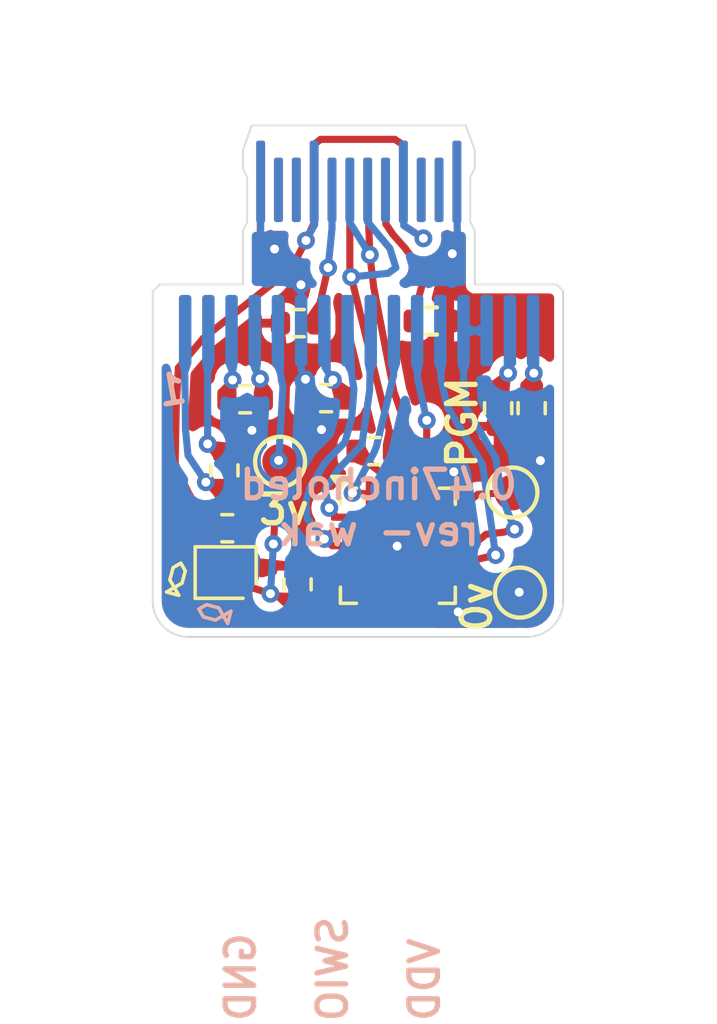
<source format=kicad_pcb>
(kicad_pcb (version 20240108) (generator "pcbnew") (generator_version "8.0")
  (layers (0 "F.Cu" signal) (31 "B.Cu" signal) (34 "B.Paste" user) (35 "F.Paste" user) (36 "B.SilkS" user "B.Silkscreen") (37 "F.SilkS" user "F.Silkscreen") (38 "B.Mask" user) (39 "F.Mask" user) (44 "Edge.Cuts" user))
  (net 0 "")
  (net 1 "VDD")
  (net 2 "GND")
  (net 3 "+5V")
  (net 4 "Net-(U1-VCC)")
  (net 5 "Net-(U1-C2N)")
  (net 6 "Net-(U1-C2P)")
  (net 7 "Net-(U1-C1P)")
  (net 8 "Net-(U1-C1N)")
  (net 9 "Net-(U1-VCOMH)")
  (net 10 "Net-(J2-CC2)")
  (net 11 "D+")
  (net 12 "D-")
  (net 13 "SBU1")
  (net 14 "Net-(J2-CC1)")
  (net 15 "SBU2")
  (net 16 "SWIO")
  (net 17 "DPU")
  (net 18 "SDA")
  (net 19 "CS")
  (net 20 "DC")
  (net 21 "RST")
  (net 22 "BS1")
  (net 23 "SCL")
  (net 31 "Net-(U1-VDD)")
  (footprint "Resistor_SMD:R_0402_1005Metric" (layer "F.Cu") (at 162.455 91.982893 -90)
    (property "Reference" "C1" (hide yes))
    (property "Value" "1u")
    (fp_line (start -0.153641 0.38) (end 0.153641 0.38) (stroke (width 0.1)) (layer "F.SilkS"))
    (fp_line (start -0.153641 -0.38) (end 0.153641 -0.38) (stroke (width 0.1)) (layer "F.SilkS"))
    (pad "1" smd roundrect (at -0.51 0 270) (size 0.54 0.64) (layers "F.Cu" "F.Paste" "F.Mask") (net 2 "GND"))
    (pad "2" smd roundrect (at 0.51 0 270) (size 0.54 0.64) (layers "F.Cu" "F.Paste" "F.Mask") (net 1 "VDD"))
  )
  (footprint "cnhardware:xdfn-reg" (layer "F.Cu") (at 160.445 91.652893 90)
    (property "Reference" "U3" (hide yes))
    (property "Value" "3.3vReg")
    (fp_line (start 0.72 -0.86) (end -0.72 -0.86) (stroke (width 0.1)) (layer "F.SilkS"))
    (fp_line (start -0.72 -0.86) (end -0.72 0.48) (stroke (width 0.1)) (layer "F.SilkS"))
    (fp_line (start 0.72 0.85) (end 0.72 -0.86) (stroke (width 0.1)) (layer "F.SilkS"))
    (fp_line (start 0.72 0.85) (end -0.31 0.85) (stroke (width 0.1)) (layer "F.SilkS"))
    (pad "1" smd custom (at -0.35 0.51 90) (size 0.26 0.23) (layers "F.Cu" "F.Paste" "F.Mask") (net 1 "VDD") (options (clearance outline) (anchor rect)) (primitives (gr_poly (pts (xy 0.13 -0.115) (xy -0.13 -0.115) (xy -0.13 -0.275) (xy -0.03 -0.275)) (width 0) (fill yes))))
    (pad "2" smd custom (at 0.35 0.51 90) (size 0.26 0.23) (layers "F.Cu" "F.Paste" "F.Mask") (net 2 "GND") (options (clearance outline) (anchor rect)) (primitives (gr_poly (pts (xy 0.13 -0.115) (xy -0.13 -0.115) (xy 0.03 -0.275) (xy 0.13 -0.275)) (width 0) (fill yes))))
    (pad "3" smd custom (at 0.35 -0.51 270) (size 0.26 0.23) (layers "F.Cu" "F.Paste" "F.Mask") (net 3 "+5V") (options (clearance outline) (anchor rect)) (primitives (gr_poly (pts (xy 0.13 -0.115) (xy -0.13 -0.115) (xy -0.13 -0.275) (xy -0.03 -0.275)) (width 0) (fill yes))))
    (pad "4" smd custom (at -0.35 -0.51 270) (size 0.26 0.23) (layers "F.Cu" "F.Paste" "F.Mask") (net 3 "+5V") (options (clearance outline) (anchor rect)) (primitives (gr_poly (pts (xy 0.13 -0.115) (xy -0.13 -0.115) (xy 0.03 -0.275) (xy 0.13 -0.275)) (width 0) (fill yes))))
    (pad "5" smd rect (at 0 0 315) (size 0.48 0.48) (layers "F.Cu" "F.Paste" "F.Mask") (net 2 "GND"))
  )
  (footprint "Resistor_SMD:R_0402_1005Metric" (layer "F.Cu") (at 162.485 84.672893 180)
    (property "Reference" "R4" (hide yes))
    (property "Value" "5.1k")
    (fp_line (start -0.153641 0.38) (end 0.153641 0.38) (stroke (width 0.1)) (layer "F.SilkS"))
    (fp_line (start -0.153641 -0.38) (end 0.153641 -0.38) (stroke (width 0.1)) (layer "F.SilkS"))
    (pad "1" smd roundrect (at -0.51 0 180) (size 0.54 0.64) (layers "F.Cu" "F.Paste" "F.Mask") (net 10 "Net-(J2-CC2)"))
    (pad "2" smd roundrect (at 0.51 0 180) (size 0.54 0.64) (layers "F.Cu" "F.Paste" "F.Mask") (net 2 "GND"))
  )
  (footprint "Resistor_SMD:R_0402_1005Metric" (layer "F.Cu") (at 160.485 90.412893 180)
    (property "Reference" "C3" (hide yes))
    (property "Value" "4.7u")
    (fp_line (start -0.153641 0.38) (end 0.153641 0.38) (stroke (width 0.1)) (layer "F.SilkS"))
    (fp_line (start -0.153641 -0.38) (end 0.153641 -0.38) (stroke (width 0.1)) (layer "F.SilkS"))
    (pad "1" smd roundrect (at -0.51 0 180) (size 0.54 0.64) (layers "F.Cu" "F.Paste" "F.Mask") (net 2 "GND"))
    (pad "2" smd roundrect (at 0.51 0 180) (size 0.54 0.64) (layers "F.Cu" "F.Paste" "F.Mask") (net 3 "+5V"))
  )
  (footprint "Resistor_SMD:R_0402_1005Metric" (layer "F.Cu") (at 168.075 87.052893 -90)
    (property "Reference" "C7" (hide yes))
    (property "Value" "1u")
    (fp_line (start -0.153641 0.38) (end 0.153641 0.38) (stroke (width 0.1)) (layer "F.SilkS"))
    (fp_line (start -0.153641 -0.38) (end 0.153641 -0.38) (stroke (width 0.1)) (layer "F.SilkS"))
    (pad "1" smd roundrect (at -0.51 0 270) (size 0.54 0.64) (layers "F.Cu" "F.Paste" "F.Mask") (net 9 "Net-(U1-VCOMH)"))
    (pad "2" smd roundrect (at 0.51 0 270) (size 0.54 0.64) (layers "F.Cu" "F.Paste" "F.Mask") (net 2 "GND"))
  )
  (footprint "Resistor_SMD:R_0402_1005Metric" (layer "F.Cu") (at 160.985 86.802893)
    (property "Reference" "C6" (hide yes))
    (property "Value" "1u")
    (fp_line (start -0.153641 -0.38) (end 0.153641 -0.38) (stroke (width 0.1)) (layer "F.SilkS"))
    (fp_line (start -0.153641 0.38) (end 0.153641 0.38) (stroke (width 0.1)) (layer "F.SilkS"))
    (pad "1" smd roundrect (at -0.51 0) (size 0.54 0.64) (layers "F.Cu" "F.Paste" "F.Mask") (net 7 "Net-(U1-C1P)"))
    (pad "2" smd roundrect (at 0.51 0) (size 0.54 0.64) (layers "F.Cu" "F.Paste" "F.Mask") (net 8 "Net-(U1-C1N)"))
  )
  (footprint "Resistor_SMD:R_0402_1005Metric" (layer "F.Cu") (at 160.405 88.792893 -90)
    (property "Reference" "C5" (hide yes))
    (property "Value" "1u")
    (fp_line (start -0.153641 0.38) (end 0.153641 0.38) (stroke (width 0.1)) (layer "F.SilkS"))
    (fp_line (start -0.153641 -0.38) (end 0.153641 -0.38) (stroke (width 0.1)) (layer "F.SilkS"))
    (pad "1" smd roundrect (at -0.51 0 270) (size 0.54 0.64) (layers "F.Cu" "F.Paste" "F.Mask") (net 5 "Net-(U1-C2N)"))
    (pad "2" smd roundrect (at 0.51 0 270) (size 0.54 0.64) (layers "F.Cu" "F.Paste" "F.Mask") (net 6 "Net-(U1-C2P)"))
  )
  (footprint "Resistor_SMD:R_0402_1005Metric" (layer "F.Cu") (at 163.255 86.772893)
    (property "Reference" "C2" (hide yes))
    (property "Value" "1u")
    (fp_line (start -0.153641 -0.38) (end 0.153641 -0.38) (stroke (width 0.1)) (layer "F.SilkS"))
    (fp_line (start -0.153641 0.38) (end 0.153641 0.38) (stroke (width 0.1)) (layer "F.SilkS"))
    (pad "1" smd roundrect (at -0.51 0) (size 0.54 0.64) (layers "F.Cu" "F.Paste" "F.Mask") (net 2 "GND"))
    (pad "2" smd roundrect (at 0.51 0) (size 0.54 0.64) (layers "F.Cu" "F.Paste" "F.Mask") (net 31 "Net-(U1-VDD)"))
  )
  (footprint "Package_DFN_QFN:QFN-20-1EP_3x3mm_P0.4mm_EP1.65x1.65mm" (layer "F.Cu") (at 165.265 90.902893)
    (property "Reference" "U2" (hide yes))
    (property "Value" "CH32V003F4U6")
    (fp_line (start -1.61 -1.16) (end -1.61 -1.37) (stroke (width 0.1)) (layer "F.SilkS"))
    (fp_line (start -1.61 1.61) (end -1.61 1.16) (stroke (width 0.1)) (layer "F.SilkS"))
    (fp_line (start -1.16 -1.61) (end -1.31 -1.61) (stroke (width 0.1)) (layer "F.SilkS"))
    (fp_line (start -1.16 1.61) (end -1.61 1.61) (stroke (width 0.1)) (layer "F.SilkS"))
    (fp_line (start 1.16 -1.61) (end 1.61 -1.61) (stroke (width 0.1)) (layer "F.SilkS"))
    (fp_line (start 1.16 1.61) (end 1.61 1.61) (stroke (width 0.1)) (layer "F.SilkS"))
    (fp_line (start 1.61 -1.61) (end 1.61 -1.16) (stroke (width 0.1)) (layer "F.SilkS"))
    (fp_line (start 1.61 1.61) (end 1.61 1.16) (stroke (width 0.1)) (layer "F.SilkS"))
    (fp_poly (pts (xy -1.61 -1.61) (xy -1.85 -1.94) (xy -1.37 -1.94) (xy -1.61 -1.61)) (stroke (width 0.1)) (fill solid) (layer "F.SilkS"))
    (pad "1" smd roundrect (at -1.45 -0.8) (size 0.85 0.2) (layers "F.Cu" "F.Paste" "F.Mask") (net 19 "CS"))
    (pad "2" smd roundrect (at -1.45 -0.4) (size 0.85 0.2) (layers "F.Cu" "F.Paste" "F.Mask") (net 22 "BS1"))
    (pad "3" smd roundrect (at -1.45 0) (size 0.85 0.2) (layers "F.Cu" "F.Paste" "F.Mask") (net 22 "BS1"))
    (pad "4" smd roundrect (at -1.45 0.4) (size 0.85 0.2) (layers "F.Cu" "F.Paste" "F.Mask") (net 2 "GND"))
    (pad "5" smd roundrect (at -1.45 0.8) (size 0.85 0.2) (layers "F.Cu" "F.Paste" "F.Mask"))
    (pad "6" smd roundrect (at -0.8 1.45) (size 0.2 0.85) (layers "F.Cu" "F.Paste" "F.Mask") (net 1 "VDD"))
    (pad "7" smd roundrect (at -0.4 1.45) (size 0.2 0.85) (layers "F.Cu" "F.Paste" "F.Mask"))
    (pad "8" smd roundrect (at 0 1.45) (size 0.2 0.85) (layers "F.Cu" "F.Paste" "F.Mask"))
    (pad "9" smd roundrect (at 0.4 1.45) (size 0.2 0.85) (layers "F.Cu" "F.Paste" "F.Mask"))
    (pad "10" smd roundrect (at 0.8 1.45) (size 0.2 0.85) (layers "F.Cu" "F.Paste" "F.Mask"))
    (pad "11" smd roundrect (at 1.45 0.8) (size 0.85 0.2) (layers "F.Cu" "F.Paste" "F.Mask"))
    (pad "12" smd roundrect (at 1.45 0.4) (size 0.85 0.2) (layers "F.Cu" "F.Paste" "F.Mask") (net 23 "SCL"))
    (pad "13" smd roundrect (at 1.45 0) (size 0.85 0.2) (layers "F.Cu" "F.Paste" "F.Mask") (net 18 "SDA"))
    (pad "14" smd roundrect (at 1.45 -0.4) (size 0.85 0.2) (layers "F.Cu" "F.Paste" "F.Mask"))
    (pad "15" smd roundrect (at 1.45 -0.8) (size 0.85 0.2) (layers "F.Cu" "F.Paste" "F.Mask") (net 16 "SWIO"))
    (pad "16" smd roundrect (at 0.8 -1.45) (size 0.2 0.85) (layers "F.Cu" "F.Paste" "F.Mask") (net 20 "DC"))
    (pad "17" smd roundrect (at 0.4 -1.45) (size 0.2 0.85) (layers "F.Cu" "F.Paste" "F.Mask") (net 11 "D+"))
    (pad "18" smd roundrect (at 0 -1.45) (size 0.2 0.85) (layers "F.Cu" "F.Paste" "F.Mask") (net 12 "D-"))
    (pad "19" smd roundrect (at -0.4 -1.45) (size 0.2 0.85) (layers "F.Cu" "F.Paste" "F.Mask") (net 17 "DPU"))
    (pad "20" smd roundrect (at -0.8 -1.45) (size 0.2 0.85) (layers "F.Cu" "F.Paste" "F.Mask") (net 21 "RST"))
    (pad "21" smd rect (at 0 0) (size 1.65 1.65) (property pad_prop_heatsink) (layers "F.Cu" "F.Mask") (net 2 "GND"))
  )
  (footprint "TestPoint:TestPoint_Pad_D1.0mm" (layer "F.Cu") (at 161.965 88.552893)
    (property "Reference" "TP3" (hide yes))
    (property "Value" "3v" (at 0.11 1.34 0) (layer "F.SilkS") (effects (font (size 0.8 0.8))))
    (fp_circle (center 0 0) (end 0 0.7) (stroke (width 0.12)) (fill none) (layer "F.SilkS"))
    (pad "1" smd circle (at 0 0) (size 1 1) (layers "F.Cu" "F.Mask") (net 1 "VDD"))
  )
  (footprint "TestPoint:TestPoint_Pad_D1.0mm" (layer "F.Cu") (at 168.475 89.412893)
    (property "Reference" "TP2" (hide yes))
    (property "Value" "PGM" (at -1.41 -1.96 90) (layer "F.SilkS") (effects (font (size 0.8 0.8))))
    (fp_circle (center 0 0) (end 0 0.7) (stroke (width 0.12)) (fill none) (layer "F.SilkS"))
    (pad "1" smd circle (at 0 0) (size 1 1) (layers "F.Cu" "F.Mask") (net 16 "SWIO"))
  )
  (footprint "Resistor_SMD:R_0402_1005Metric" (layer "F.Cu") (at 166.205 84.612893)
    (property "Reference" "R3" (hide yes))
    (property "Value" "5.1k")
    (fp_line (start -0.153641 -0.38) (end 0.153641 -0.38) (stroke (width 0.12)) (layer "F.SilkS"))
    (fp_line (start -0.153641 0.38) (end 0.153641 0.38) (stroke (width 0.12)) (layer "F.SilkS"))
    (pad "1" smd roundrect (at -0.51 0) (size 0.54 0.64) (layers "F.Cu" "F.Paste" "F.Mask") (net 14 "Net-(J2-CC1)"))
    (pad "2" smd roundrect (at 0.51 0) (size 0.54 0.64) (layers "F.Cu" "F.Paste" "F.Mask") (net 2 "GND"))
  )
  (footprint "Resistor_SMD:R_0402_1005Metric" (layer "F.Cu") (at 164.605 88.252893)
    (property "Reference" "R5" (hide yes))
    (property "Value" "1.5k")
    (fp_line (start -0.153641 -0.38) (end 0.153641 -0.38) (stroke (width 0.1)) (layer "F.SilkS"))
    (fp_line (start -0.153641 0.38) (end 0.153641 0.38) (stroke (width 0.1)) (layer "F.SilkS"))
    (pad "1" smd roundrect (at -0.51 0) (size 0.54 0.64) (layers "F.Cu" "F.Paste" "F.Mask") (net 17 "DPU"))
    (pad "2" smd roundrect (at 0.51 0) (size 0.54 0.64) (layers "F.Cu" "F.Paste" "F.Mask") (net 12 "D-"))
  )
  (footprint "Resistor_SMD:R_0402_1005Metric" (layer "F.Cu") (at 169.015 87.052893 -90)
    (property "Reference" "C4" (hide yes))
    (property "Value" "1u")
    (fp_line (start -0.153641 0.38) (end 0.153641 0.38) (stroke (width 0.1)) (layer "F.SilkS"))
    (fp_line (start -0.153641 -0.38) (end 0.153641 -0.38) (stroke (width 0.1)) (layer "F.SilkS"))
    (pad "1" smd roundrect (at -0.51 0 270) (size 0.54 0.64) (layers "F.Cu" "F.Paste" "F.Mask") (net 4 "Net-(U1-VCC)"))
    (pad "2" smd roundrect (at 0.51 0 270) (size 0.54 0.64) (layers "F.Cu" "F.Paste" "F.Mask") (net 2 "GND"))
  )
  (footprint "TestPoint:TestPoint_Pad_D1.0mm" (layer "F.Cu") (at 168.685 92.212893)
    (property "Reference" "TP1" (hide yes))
    (property "Value" "0v" (at -1.21 0.4 90) (layer "F.SilkS") (effects (font (size 0.8 0.8))))
    (fp_circle (center 0 0) (end 0 0.7) (stroke (width 0.12)) (fill none) (layer "F.SilkS"))
    (pad "1" smd circle (at 0 0) (size 1 1) (layers "F.Cu" "F.Mask") (net 2 "GND"))
  )
  (footprint "cnhardware:USB_C_PADDLE" (layer "F.Cu") (at 164.17 81.59)
    (property "Reference" "J2" (hide yes))
    (property "Value" "USB_C_Receptacle_USB2.0")
    (fp_line (start -3.250001 -1.75) (end -3.250001 -1.25) (stroke (width 0.05)) (layer "Edge.Cuts"))
    (fp_line (start -3.250001 -1.25) (end -3.125 -0.999999) (stroke (width 0.05)) (layer "Edge.Cuts"))
    (fp_line (start -3.250001 0.5) (end -3.25 2) (stroke (width 0.05)) (layer "Edge.Cuts"))
    (fp_line (start -3.250001 0.5) (end -3.124999 0.25) (stroke (width 0.05)) (layer "Edge.Cuts"))
    (fp_line (start -3.125 -0.999999) (end -3.124999 0.25) (stroke (width 0.05)) (layer "Edge.Cuts"))
    (fp_line (start -3 -2.45) (end -3.250001 -1.75) (stroke (width 0.05)) (layer "Edge.Cuts"))
    (fp_line (start 3 -2.45) (end -3 -2.45) (stroke (width 0.05)) (layer "Edge.Cuts"))
    (fp_line (start 3 -2.45) (end 3.25 -1.749999) (stroke (width 0.05)) (layer "Edge.Cuts"))
    (fp_line (start 3.124999 -1) (end 3.124999 0.25) (stroke (width 0.05)) (layer "Edge.Cuts"))
    (fp_line (start 3.25 -1.749999) (end 3.250001 -1.25) (stroke (width 0.05)) (layer "Edge.Cuts"))
    (fp_line (start 3.25 2) (end 3.250001 0.5) (stroke (width 0.05)) (layer "Edge.Cuts"))
    (fp_line (start 3.250001 -1.25) (end 3.124999 -1) (stroke (width 0.05)) (layer "Edge.Cuts"))
    (fp_line (start 3.250001 0.5) (end 3.124999 0.25) (stroke (width 0.05)) (layer "Edge.Cuts"))
    (pad "A1" smd roundrect (at 2.75 -0.875) (size 0.25 2.3) (layers "F.Cu" "F.Paste" "F.Mask") (net 2 "GND"))
    (pad "A2" smd roundrect (at 2.25 -0.650001) (size 0.25 1.8) (layers "F.Cu" "F.Paste" "F.Mask"))
    (pad "A3" smd roundrect (at 1.75 -0.650001) (size 0.25 1.8) (layers "F.Cu" "F.Paste" "F.Mask"))
    (pad "A4" smd roundrect (at 1.25 -0.875) (size 0.25 2.3) (layers "F.Cu" "F.Paste" "F.Mask") (net 3 "+5V"))
    (pad "A5" smd roundrect (at 0.75 -0.65) (size 0.25 1.8) (layers "F.Cu" "F.Paste" "F.Mask") (net 14 "Net-(J2-CC1)"))
    (pad "A6" smd roundrect (at 0.25 -0.650001) (size 0.25 1.8) (layers "F.Cu" "F.Paste" "F.Mask") (net 11 "D+"))
    (pad "A7" smd roundrect (at -0.249999 -0.65 180) (size 0.25 1.8) (layers "F.Cu" "F.Paste" "F.Mask") (net 12 "D-"))
    (pad "A8" smd roundrect (at -0.75 -0.65 180) (size 0.25 1.8) (layers "F.Cu" "F.Paste" "F.Mask") (net 13 "SBU1"))
    (pad "A9" smd roundrect (at -1.25 -0.875 180) (size 0.25 2.3) (layers "F.Cu" "F.Paste" "F.Mask") (net 3 "+5V"))
    (pad "A10" smd roundrect (at -1.749999 -0.65 180) (size 0.25 1.8) (layers "F.Cu" "F.Paste" "F.Mask"))
    (pad "A11" smd roundrect (at -2.25 -0.650001 180) (size 0.25 1.8) (layers "F.Cu" "F.Paste" "F.Mask"))
    (pad "A12" smd roundrect (at -2.75 -0.875 180) (size 0.25 2.3) (layers "F.Cu" "F.Paste" "F.Mask") (net 2 "GND"))
    (pad "B1" smd roundrect (at -2.75 -0.87) (size 0.25 2.3) (layers "B.Cu" "B.Paste" "B.Mask") (net 2 "GND"))
    (pad "B2" smd roundrect (at -2.25 -0.645) (size 0.25 1.8) (layers "B.Cu" "B.Paste" "B.Mask"))
    (pad "B3" smd roundrect (at -1.75 -0.644999) (size 0.25 1.8) (layers "B.Cu" "B.Paste" "B.Mask"))
    (pad "B4" smd roundrect (at -1.25 -0.87) (size 0.25 2.3) (layers "B.Cu" "B.Paste" "B.Mask") (net 3 "+5V"))
    (pad "B5" smd roundrect (at -0.75 -0.645) (size 0.25 1.8) (layers "B.Cu" "B.Paste" "B.Mask") (net 10 "Net-(J2-CC2)"))
    (pad "B6" smd roundrect (at -0.25 -0.644999) (size 0.25 1.8) (layers "B.Cu" "B.Paste" "B.Mask") (net 11 "D+"))
    (pad "B7" smd roundrect (at 0.25 -0.644999 180) (size 0.25 1.8) (layers "B.Cu" "B.Paste" "B.Mask") (net 12 "D-"))
    (pad "B8" smd roundrect (at 0.75 -0.645 180) (size 0.25 1.8) (layers "B.Cu" "B.Paste" "B.Mask") (net 15 "SBU2"))
    (pad "B9" smd roundrect (at 1.25 -0.87 180) (size 0.25 2.3) (layers "B.Cu" "B.Paste" "B.Mask") (net 3 "+5V"))
    (pad "B10" smd roundrect (at 1.749999 -0.645 180) (size 0.25 1.8) (layers "B.Cu" "B.Paste" "B.Mask"))
    (pad "B11" smd roundrect (at 2.25 -0.645 180) (size 0.25 1.8) (layers "B.Cu" "B.Paste" "B.Mask"))
    (pad "B12" smd roundrect (at 2.75 -0.87 180) (size 0.25 2.3) (layers "B.Cu" "B.Paste" "B.Mask") (net 2 "GND"))
  )
  (footprint "cnhardware:P0.65mm_16_pin_OLED_FLEX_CONTACT" (layer "B.Cu") (at 169.055 88.782893 -90)
    (property "Reference" "U1" (hide yes))
    (property "Value" "~")
    (pad "1" smd roundrect (at -3.9 9.75 270) (size 2 0.35) (layers "B.Cu" "B.Paste" "B.Mask") (net 6 "Net-(U1-C2P)"))
    (pad "2" smd roundrect (at -3.9 9.1 270) (size 2 0.35) (layers "B.Cu" "B.Paste" "B.Mask") (net 5 "Net-(U1-C2N)"))
    (pad "3" smd roundrect (at -3.9 8.45 270) (size 2 0.35) (layers "B.Cu" "B.Paste" "B.Mask") (net 7 "Net-(U1-C1P)"))
    (pad "4" smd roundrect (at -3.9 7.8 270) (size 2 0.35) (layers "B.Cu" "B.Paste" "B.Mask") (net 8 "Net-(U1-C1N)"))
    (pad "5" smd roundrect (at -3.9 7.15 270) (size 2 0.35) (layers "B.Cu" "B.Paste" "B.Mask") (net 1 "VDD"))
    (pad "6" smd roundrect (at -3.9 6.5 270) (size 2 0.35) (layers "B.Cu" "B.Paste" "B.Mask") (net 2 "GND"))
    (pad "7" smd roundrect (at -3.9 5.85 270) (size 2 0.35) (layers "B.Cu" "B.Paste" "B.Mask") (net 31 "Net-(U1-VDD)"))
    (pad "8" smd roundrect (at -3.9 5.2 270) (size 2 0.35) (layers "B.Cu" "B.Paste" "B.Mask") (net 22 "BS1"))
    (pad "9" smd roundrect (at -3.9 4.55 270) (size 2 0.35) (layers "B.Cu" "B.Paste" "B.Mask") (net 19 "CS"))
    (pad "10" smd roundrect (at -3.9 3.9 270) (size 2 0.35) (layers "B.Cu" "B.Paste" "B.Mask") (net 21 "RST"))
    (pad "11" smd roundrect (at -3.9 3.25 270) (size 2 0.35) (layers "B.Cu" "B.Paste" "B.Mask") (net 20 "DC"))
    (pad "12" smd roundrect (at -3.9 2.6 270) (size 2 0.35) (layers "B.Cu" "B.Paste" "B.Mask") (net 23 "SCL"))
    (pad "13" smd roundrect (at -3.9 1.95 270) (size 2 0.35) (layers "B.Cu" "B.Paste" "B.Mask") (net 18 "SDA"))
    (pad "14" smd roundrect (at -3.9 1.3 270) (size 2 0.35) (layers "B.Cu" "B.Paste" "B.Mask") (net 18 "SDA"))
    (pad "15" smd roundrect (at -3.9 0.65 270) (size 2 0.35) (layers "B.Cu" "B.Paste" "B.Mask") (net 9 "Net-(U1-VCOMH)"))
    (pad "16" smd roundrect (at -3.9 0 270) (size 2 0.35) (layers "B.Cu" "B.Paste" "B.Mask") (net 4 "Net-(U1-VCC)"))
  )
  (gr_line (start 159.905 92.54988) (end 160.246506 92.641386) (stroke (width 0.1)) (layer "B.SilkS"))
  (gr_line (start 160.246506 92.641386) (end 160.496508 93.0744) (stroke (width 0.1)) (layer "B.SilkS"))
  (gr_line (start 160.155 92.982893) (end 159.813493 92.891386) (stroke (width 0.1)) (layer "B.SilkS"))
  (gr_line (start 159.813493 92.891386) (end 159.688493 92.674879) (stroke (width 0.1)) (layer "B.SilkS"))
  (gr_line (start 160.588013 92.732893) (end 160.155 92.982893) (stroke (width 0.1)) (layer "B.SilkS"))
  (gr_line (start 159.688493 92.674879) (end 159.905 92.54988) (stroke (width 0.1)) (layer "B.SilkS"))
  (gr_line (start 160.496508 93.0744) (end 160.588013 92.732893) (stroke (width 0.1)) (layer "B.SilkS"))
  (gr_line (start 159.308767 91.605632) (end 159.183767 91.389125) (stroke (width 0.1)) (layer "F.SilkS"))
  (gr_line (start 159.125753 92.288645) (end 158.784248 92.197139) (stroke (width 0.1)) (layer "F.SilkS"))
  (gr_line (start 158.875754 91.855632) (end 159.125753 92.288645) (stroke (width 0.1)) (layer "F.SilkS"))
  (gr_line (start 158.784248 92.197139) (end 159.21726 91.94714) (stroke (width 0.1)) (layer "F.SilkS"))
  (gr_line (start 159.21726 91.94714) (end 159.308767 91.605632) (stroke (width 0.1)) (layer "F.SilkS"))
  (gr_line (start 159.183767 91.389125) (end 158.96726 91.514126) (stroke (width 0.1)) (layer "F.SilkS"))
  (gr_line (start 158.96726 91.514126) (end 158.875754 91.855632) (stroke (width 0.1)) (layer "F.SilkS"))
  (gr_line (start 158.395 83.782893) (end 158.395 83.982893) (stroke (width 0.05)) (layer "Edge.Cuts"))
  (gr_arc (start 169.895 92.452893) (mid 169.602107 93.16) (end 168.895 93.452893) (stroke (width 0.05)) (layer "Edge.Cuts"))
  (gr_arc (start 159.395 93.452893) (mid 158.687893 93.16) (end 158.395 92.452893) (stroke (width 0.05)) (layer "Edge.Cuts"))
  (gr_line (start 158.6 83.59) (end 158.395 83.782893) (stroke (width 0.05)) (layer "Edge.Cuts"))
  (gr_line (start 158.395 83.982893) (end 158.395 92.452893) (stroke (width 0.05)) (layer "Edge.Cuts"))
  (gr_line (start 168.895 93.452893) (end 159.395 93.452893) (stroke (width 0.05)) (layer "Edge.Cuts"))
  (gr_line (start 160.92 83.59) (end 158.6 83.59) (stroke (width 0.05)) (layer "Edge.Cuts"))
  (gr_line (start 169.895 83.772893) (end 169.71 83.59) (stroke (width 0.05)) (layer "Edge.Cuts"))
  (gr_line (start 169.71 83.59) (end 167.42 83.59) (stroke (width 0.05)) (layer "Edge.Cuts"))
  (gr_line (start 169.895 83.772893) (end 169.895 92.452893) (stroke (width 0.05)) (layer "Edge.Cuts"))
  (gr_text "GND\n\nSWIO\n\nVDD" (at 166.48 104.29 90) (layer "B.SilkS") (effects (font (size 0.8 0.8) (thickness 0.15) (bold yes)) (justify right bottom mirror)))
  (gr_text "0.47incholed\nrev- wak" (at 164.725 90.952893 0) (layer "B.SilkS") (effects (font (size 0.8 0.8) (thickness 0.15) (bold yes)) (justify bottom mirror)))
  (gr_text "1" (at 159.485 86.912893 10) (layer "B.SilkS") (effects (font (size 0.8 0.8) (thickness 0.15) (bold yes)) (justify left bottom mirror)))
  (segment (start 161.695 92.244626) (end 162.455 92.492893) (width 0.2) (layer "F.Cu") (net 1))
  (segment (start 160.955 92.002893) (end 161.695 92.244626) (width 0.2) (layer "F.Cu") (net 1))
  (segment (start 161.925 88.512893) (end 161.777683 90.852893) (width 0.2) (layer "F.Cu") (net 1))
  (segment (start 162.455 92.492893) (end 164.355 92.502893) (width 0.2) (layer "F.Cu") (net 1))
  (segment (start 164.355 92.502893) (end 164.465 92.352893) (width 0.2) (layer "F.Cu") (net 1))
  (via (at 161.777683 90.852893) (size 0.5) (drill 0.25) (layers "F.Cu" "B.Cu") (net 1))
  (via (at 161.925 88.512893) (size 0.5) (drill 0.25) (layers "F.Cu" "B.Cu") (net 1))
  (via (at 161.695 92.244626) (size 0.5) (drill 0.25) (layers "F.Cu" "B.Cu") (net 1))
  (segment (start 161.695 92.244626) (end 161.777683 90.852893) (width 0.2) (layer "B.Cu") (net 1))
  (segment (start 162.045 86.462893) (end 161.945 85.922893) (width 0.2) (layer "B.Cu") (net 1))
  (segment (start 161.925 88.512893) (end 162.045 86.462893) (width 0.2) (layer "B.Cu") (net 1))
  (segment (start 161.905 84.882893) (end 161.875 84.032893) (width 0.2) (layer "B.Cu") (net 1))
  (segment (start 161.945 85.922893) (end 161.905 84.882893) (width 0.2) (layer "B.Cu") (net 1))
  (segment (start 161.975 84.672893) (end 162.15 86.14) (width 0.2) (layer "F.Cu") (net 2))
  (segment (start 162.455 91.472893) (end 160.955 91.302893) (width 0.2) (layer "F.Cu") (net 2))
  (segment (start 162.15 86.14) (end 162.12 87.29) (width 0.2) (layer "F.Cu") (net 2))
  (segment (start 158.875754 91.855632) (end 158.96726 91.514126) (width 0.2) (layer "F.Cu") (net 2))
  (segment (start 166.93 82.24) (end 166.92 80.715) (width 0.2) (layer "F.Cu") (net 2))
  (segment (start 166.79 82.73) (end 166.93 82.24) (width 0.2) (layer "F.Cu") (net 2))
  (segment (start 161.42 80.715) (end 161.41 82.31) (width 0.2) (layer "F.Cu") (net 2))
  (segment (start 160.995 90.412893) (end 160.955 91.302893) (width 0.2) (layer "F.Cu") (net 2))
  (segment (start 159.183767 91.389125) (end 158.96726 91.514126) (width 0.2) (layer "F.Cu") (net 2))
  (segment (start 169.345 88.852893) (end 169.335 90.452893) (width 0.2) (layer "F.Cu") (net 2))
  (segment (start 163.815 91.302893) (end 163.045 91.312893) (width 0.2) (layer "F.Cu") (net 2))
  (segment (start 158.784248 92.197139) (end 159.125753 92.288645) (width 0.2) (layer "F.Cu") (net 2))
  (segment (start 159.21726 91.94714) (end 158.784248 92.197139) (width 0.2) (layer "F.Cu") (net 2))
  (segment (start 159.183767 91.389125) (end 159.308767 91.605632) (width 0.2) (layer "F.Cu") (net 2))
  (segment (start 165.265 90.902893) (end 165.245 90.912893) (width 0.2) (layer "F.Cu") (net 2))
  (segment (start 162.12 87.29) (end 163.125 87.652893) (width 0.2) (layer "F.Cu") (net 2))
  (segment (start 159.308767 91.605632) (end 159.21726 91.94714) (width 0.2) (layer "F.Cu") (net 2))
  (segment (start 161.41 82.31) (end 161.81 82.6) (width 0.2) (layer "F.Cu") (net 2))
  (segment (start 160.445 91.652893) (end 160.955 91.302893) (width 0.2) (layer "F.Cu") (net 2))
  (segment (start 163.815 91.302893) (end 164.675 91.302893) (width 0.2) (layer "F.Cu") (net 2))
  (segment (start 159.125753 92.288645) (end 158.875754 91.855632) (width 0.2) (layer "F.Cu") (net 2))
  (segment (start 168.685 92.212893) (end 168.665 92.202893) (width 0.2) (layer "F.Cu") (net 2))
  (segment (start 166.72 84.43) (end 166.79 82.73) (width 0.2) (layer "F.Cu") (net 2))
  (segment (start 163.045 91.312893) (end 162.455 91.472893) (width 0.2) (layer "F.Cu") (net 2))
  (segment (start 169.015 87.562893) (end 168.075 87.562893) (width 0.2) (layer "F.Cu") (net 2))
  (segment (start 169.259841 88.52) (end 169.345 88.852893) (width 0.2) (layer "F.Cu") (net 2))
  (segment (start 162.675 86.242893) (end 162.745 86.772893) (width 0.2) (layer "F.Cu") (net 2))
  (segment (start 169.015 87.562893) (end 169.259841 88.52) (width 0.2) (layer "F.Cu") (net 2))
  (via (at 166.835 88.832893) (size 0.5) (drill 0.25) (layers "F.Cu" "B.Cu") (net 2))
  (via (at 165.245 90.912893) (size 0.5) (drill 0.25) (layers "F.Cu" "B.Cu") (net 2))
  (via (at 163.125 87.652893) (size 0.5) (drill 0.25) (layers "F.Cu" "B.Cu") (net 2))
  (via (at 166.955 92.752893) (size 0.5) (drill 0.25) (layers "F.Cu" "B.Cu") (net 2))
  (via (at 162.55 83.6) (size 0.5) (drill 0.25) (layers "F.Cu" "B.Cu") (net 2))
  (via (at 162.675 86.242893) (size 0.5) (drill 0.25) (layers "F.Cu" "B.Cu") (net 2))
  (via (at 168.665 92.202893) (size 0.5) (drill 0.25) (layers "F.Cu" "B.Cu") (net 2))
  (via (at 166.79 82.73) (size 0.5) (drill 0.25) (layers "F.Cu" "B.Cu") (net 2))
  (via (at 161.175 87.672893) (size 0.5) (drill 0.25) (layers "F.Cu" "B.Cu") (net 2))
  (via (at 169.259841 88.52) (size 0.5) (drill 0.25) (layers "F.Cu" "B.Cu") (net 2))
  (via (at 161.81 82.6) (size 0.5) (drill 0.25) (layers "F.Cu" "B.Cu") (net 2))
  (segment (start 162.675 86.242893) (end 162.555 85.972893) (width 0.2) (layer "B.Cu") (net 2))
  (segment (start 162.555 84.882893) (end 162.545 83.782893) (width 0.2) (layer "B.Cu") (net 2))
  (segment (start 160.496508 93.0744) (end 160.246506 92.641386) (width 0.2) (layer "B.Cu") (net 2))
  (segment (start 161.42 80.72) (end 161.42 82.3) (width 0.2) (layer "B.Cu") (net 2))
  (segment (start 166.93 82.24) (end 166.79 82.73) (width 0.2) (layer "B.Cu") (net 2))
  (segment (start 159.688493 92.674879) (end 159.905 92.54988) (width 0.2) (layer "B.Cu") (net 2))
  (segment (start 161.42 82.3) (end 161.81 82.6) (width 0.2) (layer "B.Cu") (net 2))
  (segment (start 159.813493 92.891386) (end 160.155 92.982893) (width 0.2) (layer "B.Cu") (net 2))
  (segment (start 162.555 85.972893) (end 162.555 84.882893) (width 0.2) (layer "B.Cu") (net 2))
  (segment (start 160.246506 92.641386) (end 159.905 92.54988) (width 0.2) (layer "B.Cu") (net 2))
  (segment (start 160.588013 92.732893) (end 160.496508 93.0744) (width 0.2) (layer "B.Cu") (net 2))
  (segment (start 159.688493 92.674879) (end 159.813493 92.891386) (width 0.2) (layer "B.Cu") (net 2))
  (segment (start 160.155 92.982893) (end 160.588013 92.732893) (width 0.2) (layer "B.Cu") (net 2))
  (segment (start 166.92 80.72) (end 166.93 82.24) (width 0.2) (layer "B.Cu") (net 2))
  (segment (start 161.81 82.6) (end 162.55 83.6) (width 0.2) (layer "B.Cu") (net 2))
  (segment (start 162.55 83.6) (end 162.545 83.782893) (width 0.2) (layer "B.Cu") (net 2))
  (segment (start 161.77 83.55) (end 162.43 82.86) (width 0.2) (layer "F.Cu") (net 3))
  (segment (start 159.745 91.532893) (end 159.765 91.762893) (width 0.2) (layer "F.Cu") (net 3))
  (segment (start 162.91 79.68) (end 163.1 79.53) (width 0.2) (layer "F.Cu") (net 3))
  (segment (start 159.935 91.302893) (end 159.975 90.412893) (width 0.2) (layer "F.Cu") (net 3))
  (segment (start 165.43 81.94) (end 165.42 80.715) (width 0.2) (layer "F.Cu") (net 3))
  (segment (start 162.93 81.84) (end 162.69 82.36) (width 0.2) (layer "F.Cu") (net 3))
  (segment (start 159.935 91.302893) (end 159.745 91.532893) (width 0.2) (layer "F.Cu") (net 3))
  (segment (start 162.92 80.715) (end 162.93 81.84) (width 0.2) (layer "F.Cu") (net 3))
  (segment (start 163.1 79.53) (end 165.18 79.53) (width 0.2) (layer "F.Cu") (net 3))
  (segment (start 162.43 82.86) (end 162.69 82.36) (width 0.2) (layer "F.Cu") (net 3))
  (segment (start 159.765 91.762893) (end 159.935 92.002893) (width 0.2) (layer "F.Cu") (net 3))
  (segment (start 159.375 89.382893) (end 159.025 88.602893) (width 0.2) (layer "F.Cu") (net 3))
  (segment (start 159.115 85.922893) (end 159.815 85.092893) (width 0.2) (layer "F.Cu") (net 3))
  (segment (start 159.025 88.602893) (end 159.055 87.002893) (width 0.2) (layer "F.Cu") (net 3))
  (segment (start 159.055 87.002893) (end 159.115 85.922893) (width 0.2) (layer "F.Cu") (net 3))
  (segment (start 165.98 82.3) (end 165.43 81.94) (width 0.2) (layer "F.Cu") (net 3))
  (segment (start 159.815 85.092893) (end 161.77 83.55) (width 0.2) (layer "F.Cu") (net 3))
  (segment (start 165.42 80.715) (end 165.41 79.68) (width 0.2) (layer "F.Cu") (net 3))
  (segment (start 162.92 80.715) (end 162.91 79.68) (width 0.2) (layer "F.Cu") (net 3))
  (segment (start 165.18 79.53) (end 165.41 79.68) (width 0.2) (layer "F.Cu") (net 3))
  (segment (start 159.975 90.412893) (end 159.375 89.382893) (width 0.2) (layer "F.Cu") (net 3))
  (via (at 165.98 82.3) (size 0.5) (drill 0.25) (layers "F.Cu" "B.Cu") (net 3))
  (via (at 162.69 82.36) (size 0.5) (drill 0.25) (layers "F.Cu" "B.Cu") (net 3))
  (segment (start 165.98 82.3) (end 165.43 81.94) (width 0.2) (layer "B.Cu") (net 3))
  (segment (start 162.93 81.92) (end 162.69 82.36) (width 0.2) (layer "B.Cu") (net 3))
  (segment (start 162.92 80.72) (end 162.93 81.92) (width 0.2) (layer "B.Cu") (net 3))
  (segment (start 165.43 81.94) (end 165.42 80.72) (width 0.2) (layer "B.Cu") (net 3))
  (segment (start 169.075 86.072893) (end 169.015 86.542893) (width 0.2) (layer "F.Cu") (net 4))
  (via (at 169.075 86.072893) (size 0.5) (drill 0.25) (layers "F.Cu" "B.Cu") (net 4))
  (segment (start 169.055 84.882893) (end 169.075 86.072893) (width 0.2) (layer "B.Cu") (net 4))
  (segment (start 160.435 88.242893) (end 159.935 88.052893) (width 0.2) (layer "F.Cu") (net 5))
  (via (at 159.935 88.052893) (size 0.5) (drill 0.25) (layers "F.Cu" "B.Cu") (net 5))
  (segment (start 159.935 86.202893) (end 159.955 84.882893) (width 0.2) (layer "B.Cu") (net 5))
  (segment (start 159.935 88.052893) (end 159.935 86.202893) (width 0.2) (layer "B.Cu") (net 5))
  (segment (start 159.885 89.122893) (end 160.435 89.262893) (width 0.2) (layer "F.Cu") (net 6))
  (via (at 159.885 89.122893) (size 0.5) (drill 0.25) (layers "F.Cu" "B.Cu") (net 6))
  (segment (start 159.315 87.652893) (end 159.295 86.092893) (width 0.2) (layer "B.Cu") (net 6))
  (segment (start 159.295 86.092893) (end 159.305 84.882893) (width 0.2) (layer "B.Cu") (net 6))
  (segment (start 159.385 88.372893) (end 159.885 89.122893) (width 0.2) (layer "B.Cu") (net 6))
  (segment (start 159.315 87.652893) (end 159.385 88.372893) (width 0.2) (layer "B.Cu") (net 6))
  (segment (start 160.475 86.802893) (end 160.635 86.262893) (width 0.2) (layer "F.Cu") (net 7))
  (via (at 160.635 86.262893) (size 0.5) (drill 0.25) (layers "F.Cu" "B.Cu") (net 7))
  (segment (start 160.635 86.262893) (end 160.605 84.882893) (width 0.2) (layer "B.Cu") (net 7))
  (segment (start 161.405 86.232893) (end 161.495 86.802893) (width 0.2) (layer "F.Cu") (net 8))
  (via (at 161.405 86.232893) (size 0.5) (drill 0.25) (layers "F.Cu" "B.Cu") (net 8))
  (segment (start 161.255 84.882893) (end 161.255 85.932893) (width 0.2) (layer "B.Cu") (net 8))
  (segment (start 161.255 85.932893) (end 161.405 86.232893) (width 0.2) (layer "B.Cu") (net 8))
  (segment (start 168.075 86.542893) (end 168.355 86.072893) (width 0.2) (layer "F.Cu") (net 9))
  (via (at 168.355 86.072893) (size 0.5) (drill 0.25) (layers "F.Cu" "B.Cu") (net 9))
  (segment (start 168.355 86.072893) (end 168.405 84.882893) (width 0.2) (layer "B.Cu") (net 9))
  (segment (start 163 84.49) (end 163.31 83.12) (width 0.2) (layer "F.Cu") (net 10))
  (via (at 163.31 83.12) (size 0.5) (drill 0.25) (layers "F.Cu" "B.Cu") (net 10))
  (segment (start 163.42 82.03) (end 163.42 80.945) (width 0.2) (layer "B.Cu") (net 10))
  (segment (start 163.31 83.12) (end 163.42 82.03) (width 0.2) (layer "B.Cu") (net 10))
  (segment (start 164.59 83.68) (end 165.154044 86.586683) (width 0.2) (layer "F.Cu") (net 11))
  (segment (start 164.48 82.76) (end 164.59 83.68) (width 0.2) (layer "F.Cu") (net 11))
  (segment (start 164.48 82.76) (end 164.45 81.98) (width 0.2) (layer "F.Cu") (net 11))
  (segment (start 164.45 81.98) (end 164.42 80.939999) (width 0.2) (layer "F.Cu") (net 11))
  (segment (start 165.655 88.652893) (end 165.679705 88.482722) (width 0.2) (layer "F.Cu") (net 11))
  (segment (start 165.682617 87.882881) (end 165.485 87.542893) (width 0.2) (layer "F.Cu") (net 11))
  (segment (start 165.665 89.452893) (end 165.655 88.652893) (width 0.2) (layer "F.Cu") (net 11))
  (segment (start 165.485 87.542893) (end 165.154044 86.586683) (width 0.2) (layer "F.Cu") (net 11))
  (segment (start 165.679705 88.482722) (end 165.682617 87.882881) (width 0.2) (layer "F.Cu") (net 11))
  (via (at 164.48 82.76) (size 0.5) (drill 0.25) (layers "F.Cu" "B.Cu") (net 11))
  (segment (start 163.91 81.84) (end 163.92 80.945001) (width 0.2) (layer "B.Cu") (net 11))
  (segment (start 164.48 82.76) (end 163.91 81.84) (width 0.2) (layer "B.Cu") (net 11))
  (segment (start 163.95719 83.38) (end 163.92 83.23) (width 0.2) (layer "F.Cu") (net 12))
  (segment (start 163.92 83.23) (end 163.920001 80.94) (width 0.2) (layer "F.Cu") (net 12))
  (segment (start 165.115 88.252893) (end 165.265 88.742893) (width 0.2) (layer "F.Cu") (net 12))
  (segment (start 165.12 88.07) (end 163.95719 83.38) (width 0.2) (layer "F.Cu") (net 12))
  (segment (start 165.265 88.742893) (end 165.265 89.452893) (width 0.2) (layer "F.Cu") (net 12))
  (via (at 163.95719 83.38) (size 0.5) (drill 0.25) (layers "F.Cu" "B.Cu") (net 12))
  (segment (start 164.41 81.83) (end 165.04 82.58) (width 0.2) (layer "B.Cu") (net 12))
  (segment (start 164.42 80.945001) (end 164.41 81.83) (width 0.2) (layer "B.Cu") (net 12))
  (segment (start 165.04 82.58) (end 165.21 83.12) (width 0.2) (layer "B.Cu") (net 12))
  (segment (start 165.21 83.12) (end 164.99 83.28) (width 0.2) (layer "B.Cu") (net 12))
  (segment (start 164.99 83.28) (end 163.95719 83.38) (width 0.2) (layer "B.Cu") (net 12))
  (segment (start 165.97 83.51) (end 165.79 84.18) (width 0.2) (layer "F.Cu") (net 14))
  (segment (start 165.47 82.58) (end 165.84 83.07) (width 0.2) (layer "F.Cu") (net 14))
  (segment (start 165.84 83.07) (end 165.97 83.51) (width 0.2) (layer "F.Cu") (net 14))
  (segment (start 165.119107 82.181237) (end 165.47 82.58) (width 0.2) (layer "F.Cu") (net 14))
  (segment (start 164.93 81.9) (end 165.119107 82.181237) (width 0.2) (layer "F.Cu") (net 14))
  (segment (start 165.79 84.18) (end 165.695 84.612893) (width 0.2) (layer "F.Cu") (net 14))
  (segment (start 164.93 81.9) (end 164.92 80.94) (width 0.2) (layer "F.Cu") (net 14))
  (segment (start 166.715 90.102893) (end 167.505 89.462893) (width 0.2) (layer "F.Cu") (net 16))
  (segment (start 167.505 89.462893) (end 168.475 89.412893) (width 0.2) (layer "F.Cu") (net 16))
  (segment (start 164.415 88.572893) (end 164.095 88.252893) (width 0.2) (layer "F.Cu") (net 17))
  (segment (start 164.865 89.452893) (end 164.865 88.912893) (width 0.2) (layer "F.Cu") (net 17))
  (segment (start 164.865 88.912893) (end 164.415 88.572893) (width 0.2) (layer "F.Cu") (net 17))
  (segment (start 166.715 90.902893) (end 167.355 90.892893) (width 0.2) (layer "F.Cu") (net 18))
  (segment (start 167.735 90.582893) (end 168.225 90.522893) (width 0.2) (layer "F.Cu") (net 18))
  (segment (start 167.355 90.892893) (end 167.735 90.582893) (width 0.2) (layer "F.Cu") (net 18))
  (segment (start 168.225 90.522893) (end 168.535 90.442893) (width 0.2) (layer "F.Cu") (net 18))
  (via (at 168.535 90.442893) (size 0.5) (drill 0.25) (layers "F.Cu" "B.Cu") (net 18))
  (segment (start 167.175 87.032893) (end 167.105 86.292893) (width 0.2) (layer "B.Cu") (net 18))
  (segment (start 167.105 84.882893) (end 167.105 86.292893) (width 0.2) (layer "B.Cu") (net 18))
  (segment (start 167.755 84.882893) (end 167.105 84.882893) (width 0.2) (layer "B.Cu") (net 18))
  (segment (start 168.185 89.552893) (end 168.005 88.442893) (width 0.2) (layer "B.Cu") (net 18))
  (segment (start 168.535 90.442893) (end 168.185 89.552893) (width 0.2) (layer "B.Cu") (net 18))
  (segment (start 168.005 88.442893) (end 167.175 87.032893) (width 0.2) (layer "B.Cu") (net 18))
  (segment (start 163.345 89.842893) (end 163.545 90.102893) (width 0.2) (layer "F.Cu") (net 19))
  (segment (start 163.545 90.102893) (end 163.815 90.102893) (width 0.2) (layer "F.Cu") (net 19))
  (via (at 163.345 89.842893) (size 0.5) (drill 0.25) (layers "F.Cu" "B.Cu") (net 19))
  (segment (start 164.258922 88.072893) (end 164.475 86.552893) (width 0.2) (layer "B.Cu") (net 19))
  (segment (start 163.345 89.842893) (end 163.225 89.332893) (width 0.2) (layer "B.Cu") (net 19))
  (segment (start 163.615 88.742893) (end 164.258922 88.072893) (width 0.2) (layer "B.Cu") (net 19))
  (segment (start 163.225 89.332893) (end 163.615 88.742893) (width 0.2) (layer "B.Cu") (net 19))
  (segment (start 164.475 86.552893) (end 164.505 84.882893) (width 0.2) (layer "B.Cu") (net 19))
  (segment (start 166.075 87.392893) (end 166.065 89.452893) (width 0.2) (layer "F.Cu") (net 20))
  (via (at 166.075 87.392893) (size 0.5) (drill 0.25) (layers "F.Cu" "B.Cu") (net 20))
  (segment (start 165.815 86.202893) (end 166.075 87.392893) (width 0.2) (layer "B.Cu") (net 20))
  (segment (start 165.805 84.882893) (end 165.815 86.202893) (width 0.2) (layer "B.Cu") (net 20))
  (segment (start 164.465 89.452893) (end 163.995 89.422893) (width 0.2) (layer "F.Cu") (net 21))
  (via (at 163.995 89.422893) (size 0.5) (drill 0.25) (layers "F.Cu" "B.Cu") (net 21))
  (segment (start 165.145 86.132893) (end 165.155 84.882893) (width 0.2) (layer "B.Cu") (net 21))
  (segment (start 164.665 88.122893) (end 165.145 86.132893) (width 0.2) (layer "B.Cu") (net 21))
  (segment (start 164.606947 88.273597) (end 164.665 88.122893) (width 0.2) (layer "B.Cu") (net 21))
  (segment (start 163.995 89.422893) (end 164.606947 88.273597) (width 0.2) (layer "B.Cu") (net 21))
  (segment (start 163.815 90.502893) (end 163.445 90.502893) (width 0.2) (layer "F.Cu") (net 22))
  (segment (start 163.425 90.902893) (end 163.205 90.712893) (width 0.2) (layer "F.Cu") (net 22))
  (segment (start 163.445 90.502893) (end 163.205 90.712893) (width 0.2) (layer "F.Cu") (net 22))
  (segment (start 163.815 90.902893) (end 163.425 90.902893) (width 0.2) (layer "F.Cu") (net 22))
  (via (at 163.205 90.712893) (size 0.5) (drill 0.25) (layers "F.Cu" "B.Cu") (net 22))
  (segment (start 162.879071 89.148974) (end 162.795 89.282893) (width 0.2) (layer "B.Cu") (net 22))
  (segment (start 163.969493 87.337845) (end 163.78015 88.008232) (width 0.2) (layer "B.Cu") (net 22))
  (segment (start 162.795 89.282893) (end 162.685 89.712893) (width 0.2) (layer "B.Cu") (net 22))
  (segment (start 163.945 85.922893) (end 164.035 86.532893) (width 0.2) (layer "B.Cu") (net 22))
  (segment (start 164.035 86.532893) (end 163.969493 87.337845) (width 0.2) (layer "B.Cu") (net 22))
  (segment (start 162.685 89.712893) (end 162.725 90.132893) (width 0.2) (layer "B.Cu") (net 22))
  (segment (start 162.725 90.132893) (end 163.205 90.712893) (width 0.2) (layer "B.Cu") (net 22))
  (segment (start 163.235 88.562893) (end 162.879071 89.148974) (width 0.2) (layer "B.Cu") (net 22))
  (segment (start 163.78015 88.008232) (end 163.235 88.562893) (width 0.2) (layer "B.Cu") (net 22))
  (segment (start 163.855 84.882893) (end 163.945 85.922893) (width 0.2) (layer "B.Cu") (net 22))
  (segment (start 166.715 91.302893) (end 167.405 91.302893) (width 0.2) (layer "F.Cu") (net 23))
  (segment (start 167.405 91.302893) (end 168.005 91.162893) (width 0.2) (layer "F.Cu") (net 23))
  (via (at 168.005 91.162893) (size 0.5) (drill 0.25) (layers "F.Cu" "B.Cu") (net 23))
  (segment (start 166.475 86.242893) (end 166.455 84.882893) (width 0.2) (layer "B.Cu") (net 23))
  (segment (start 167.635 88.622893) (end 166.655 87.022893) (width 0.2) (layer "B.Cu") (net 23))
  (segment (start 166.655 87.022893) (end 166.475 86.242893) (width 0.2) (layer "B.Cu") (net 23))
  (segment (start 168.005 91.162893) (end 167.635 88.622893) (width 0.2) (layer "B.Cu") (net 23))
  (segment (start 163.765 86.772893) (end 163.445 86.262893) (width 0.2) (layer "F.Cu") (net 31))
  (via (at 163.445 86.262893) (size 0.5) (drill 0.25) (layers "F.Cu" "B.Cu") (net 31))
  (segment (start 163.225 85.912893) (end 163.205 84.882893) (width 0.2) (layer "B.Cu") (net 31))
  (segment (start 163.445 86.262893) (end 163.225 85.912893) (width 0.2) (layer "B.Cu") (net 31))
  (zone (net 2) (net_name "GND") (layers "F&B.Cu") (connect_pads (clearance 0.25)) (min_thickness 0.25) (fill yes (thermal_gap 0.25) (thermal_bridge_width 0.25))
    (polygon (pts (xy 158.35 79.03) (xy 169.85 79.03) (xy 169.85 99.78) (xy 158.35 99.78)))
  )
)
</source>
